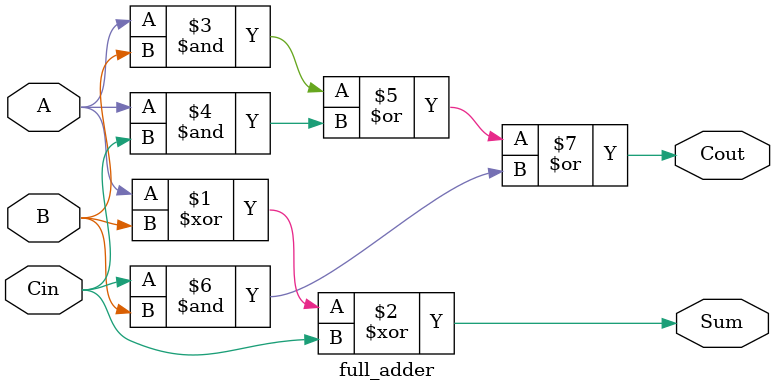
<source format=sv>
module full_adder(input A,B,Cin,
                  output Sum,Cout
                 );
  
  assign Sum = A ^ B ^Cin;
  assign Cout = (A&B) | (A & Cin) | (Cin & B);
  
endmodule

</source>
